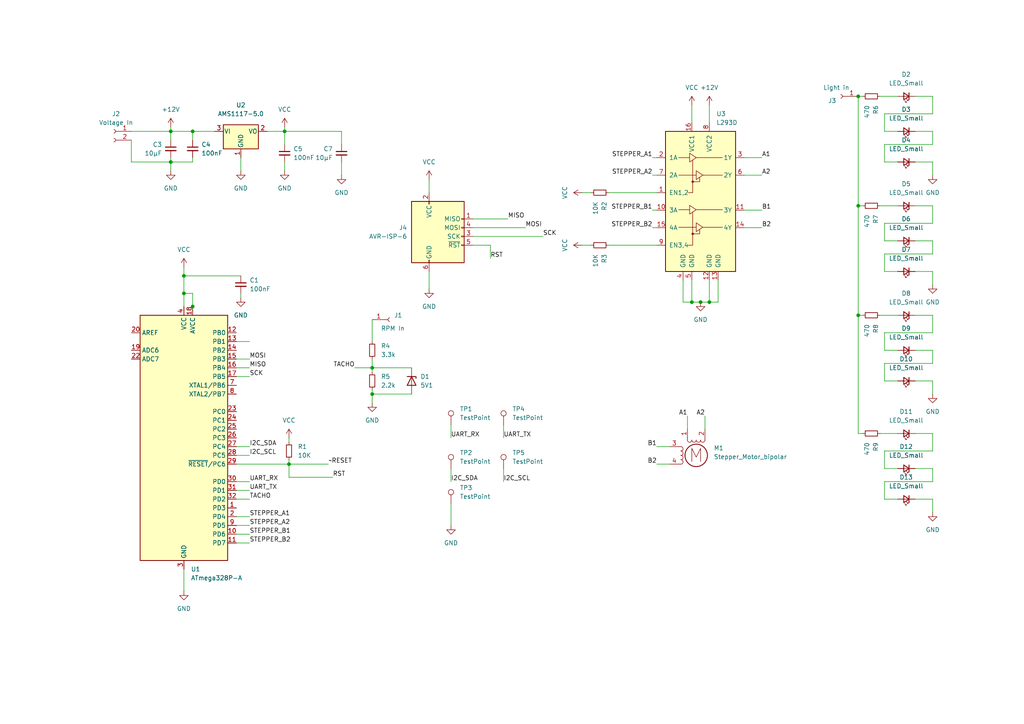
<source format=kicad_sch>
(kicad_sch (version 20211123) (generator eeschema)
  (paper "A4")
  (lib_symbols
    (symbol "Connector:AVR-ISP-6" (pin_names (offset 1.016))
      (property "Reference" "J" (at -6.35 11.43 0))
      (property "Value" "AVR-ISP-6" (at 0 11.43 0))
      (symbol "AVR-ISP-6_0_1"
        (rectangle (start -2.667 -6.858) (end -2.413 -7.62))
        (rectangle (start -2.667 10.16) (end -2.413 9.398))
        (rectangle (start 7.62 -2.413) (end 6.858 -2.667))
        (rectangle (start 7.62 0.127) (end 6.858 -0.127))
        (rectangle (start 7.62 2.667) (end 6.858 2.413))
        (rectangle (start 7.62 5.207) (end 6.858 4.953))
        (rectangle (start 7.62 10.16) (end -7.62 -7.62) (stroke (width 0.254)) (fill (type background)))
      )
      (symbol "AVR-ISP-6_1_1"
        (pin passive line (at 10.16 5.08 180) (length 2.54) (name "MISO") (number "1"))
        (pin passive line (at -2.54 12.7 270) (length 2.54) (name "VCC") (number "2"))
        (pin passive line (at 10.16 0 180) (length 2.54) (name "SCK") (number "3"))
        (pin passive line (at 10.16 2.54 180) (length 2.54) (name "MOSI") (number "4"))
        (pin passive line (at 10.16 -2.54 180) (length 2.54) (name "~{RST}") (number "5"))
        (pin passive line (at -2.54 -10.16 90) (length 2.54) (name "GND") (number "6"))
      )
    )
    (symbol "Connector:Conn_01x01_Female" (pin_names (offset 1.016) hide)
      (property "Reference" "J" (at 0 2.54 0))
      (property "Value" "Conn_01x01_Female" (at 0 -2.54 0))
      (symbol "Conn_01x01_Female_1_1"
        (polyline (pts (xy -1.27 0) (xy -0.508 0)) (stroke (width 0.1524)))
        (arc (start 0 0.508) (mid -0.508 0) (end 0 -0.508) (stroke (width 0.1524)))
        (pin passive line (at -5.08 0 0) (length 3.81) (name "Pin_1") (number "1"))
      )
    )
    (symbol "Connector:Conn_01x02_Female" (pin_names (offset 1.016) hide)
      (property "Reference" "J" (at 0 2.54 0))
      (property "Value" "Conn_01x02_Female" (at 0 -5.08 0))
      (symbol "Conn_01x02_Female_1_1"
        (arc (start 0 -2.032) (mid -0.508 -2.54) (end 0 -3.048) (stroke (width 0.1524)))
        (polyline (pts (xy -1.27 -2.54) (xy -0.508 -2.54)) (stroke (width 0.1524)))
        (polyline (pts (xy -1.27 0) (xy -0.508 0)) (stroke (width 0.1524)))
        (arc (start 0 0.508) (mid -0.508 0) (end 0 -0.508) (stroke (width 0.1524)))
        (pin passive line (at -5.08 0 0) (length 3.81) (name "Pin_1") (number "1"))
        (pin passive line (at -5.08 -2.54 0) (length 3.81) (name "Pin_2") (number "2"))
      )
    )
    (symbol "Connector:TestPoint" (pin_numbers hide) (pin_names (offset 0.762) hide)
      (property "Reference" "TP" (at 0 6.858 0))
      (property "Value" "TestPoint" (at 0 5.08 0))
      (symbol "TestPoint_0_1"
        (circle (center 0 3.302) (radius 0.762))
      )
      (symbol "TestPoint_1_1"
        (pin passive line (at 0 0 90) (length 2.54) (name "1") (number "1"))
      )
    )
    (symbol "Device:C_Small" (pin_numbers hide) (pin_names (offset 0.254) hide)
      (property "Reference" "C" (at 0.254 1.778 0))
      (property "Value" "C_Small" (at 0.254 -2.032 0))
      (symbol "C_Small_0_1"
        (polyline (pts (xy -1.524 -0.508) (xy 1.524 -0.508)) (stroke (width 0.3302)))
        (polyline (pts (xy -1.524 0.508) (xy 1.524 0.508)) (stroke (width 0.3048)))
      )
      (symbol "C_Small_1_1"
        (pin passive line (at 0 2.54 270) (length 2.032) (name "~") (number "1"))
        (pin passive line (at 0 -2.54 90) (length 2.032) (name "~") (number "2"))
      )
    )
    (symbol "Device:D_Zener" (pin_numbers hide) (pin_names (offset 1.016) hide)
      (property "Reference" "D" (at 0 2.54 0))
      (property "Value" "D_Zener" (at 0 -2.54 0))
      (symbol "D_Zener_0_1"
        (polyline (pts (xy 1.27 0) (xy -1.27 0)))
        (polyline (pts (xy -1.27 -1.27) (xy -1.27 1.27) (xy -0.762 1.27)) (stroke (width 0.254)))
        (polyline (pts (xy 1.27 -1.27) (xy 1.27 1.27) (xy -1.27 0) (xy 1.27 -1.27)) (stroke (width 0.254)))
      )
      (symbol "D_Zener_1_1"
        (pin passive line (at -3.81 0 0) (length 2.54) (name "K") (number "1"))
        (pin passive line (at 3.81 0 180) (length 2.54) (name "A") (number "2"))
      )
    )
    (symbol "Device:LED_Small" (pin_numbers hide) (pin_names (offset 0.254) hide)
      (property "Reference" "D" (at -1.27 3.175 0))
      (property "Value" "LED_Small" (at -4.445 -2.54 0))
      (symbol "LED_Small_0_1"
        (polyline (pts (xy -0.762 -1.016) (xy -0.762 1.016)) (stroke (width 0.254)))
        (polyline (pts (xy 1.016 0) (xy -0.762 0)))
        (polyline (pts (xy 0.762 -1.016) (xy -0.762 0) (xy 0.762 1.016) (xy 0.762 -1.016)) (stroke (width 0.254)))
        (polyline (pts (xy 0 0.762) (xy -0.508 1.27) (xy -0.254 1.27) (xy -0.508 1.27) (xy -0.508 1.016)))
        (polyline (pts (xy 0.508 1.27) (xy 0 1.778) (xy 0.254 1.778) (xy 0 1.778) (xy 0 1.524)))
      )
      (symbol "LED_Small_1_1"
        (pin passive line (at -2.54 0 0) (length 1.778) (name "K") (number "1"))
        (pin passive line (at 2.54 0 180) (length 1.778) (name "A") (number "2"))
      )
    )
    (symbol "Device:R_Small" (pin_numbers hide) (pin_names (offset 0.254) hide)
      (property "Reference" "R" (at 0.762 0.508 0))
      (property "Value" "R_Small" (at 0.762 -1.016 0))
      (symbol "R_Small_0_1"
        (rectangle (start -0.762 1.778) (end 0.762 -1.778) (stroke (width 0.2032)))
      )
      (symbol "R_Small_1_1"
        (pin passive line (at 0 2.54 270) (length 0.762) (name "~") (number "1"))
        (pin passive line (at 0 -2.54 90) (length 0.762) (name "~") (number "2"))
      )
    )
    (symbol "Driver_Motor:L293D" (pin_names (offset 1.016))
      (property "Reference" "U" (at -5.08 26.035 0))
      (property "Value" "L293D" (at -5.08 24.13 0))
      (symbol "L293D_0_1"
        (rectangle (start -10.16 22.86) (end 10.16 -17.78) (stroke (width 0.254)) (fill (type background)))
        (circle (center -2.286 -6.858) (radius 0.254) (fill (type outline)))
        (circle (center -2.286 8.255) (radius 0.254) (fill (type outline)))
        (polyline (pts (xy -6.35 -4.953) (xy -1.27 -4.953)))
        (polyline (pts (xy -6.35 0.127) (xy -3.175 0.127)))
        (polyline (pts (xy -6.35 10.16) (xy -1.27 10.16)))
        (polyline (pts (xy -6.35 15.24) (xy -3.175 15.24)))
        (polyline (pts (xy -1.27 0.127) (xy 6.35 0.127)))
        (polyline (pts (xy -1.27 15.24) (xy 6.35 15.24)))
        (polyline (pts (xy 0.635 -4.953) (xy 6.35 -4.953)))
        (polyline (pts (xy 0.635 10.16) (xy 6.35 10.16)))
        (polyline (pts (xy -2.286 -6.858) (xy -0.254 -6.858) (xy -0.254 -5.588)))
        (polyline (pts (xy -2.286 -0.635) (xy -2.286 -10.16) (xy -3.556 -10.16)))
        (polyline (pts (xy -2.286 8.255) (xy -0.254 8.255) (xy -0.254 9.525)))
        (polyline (pts (xy -2.286 14.478) (xy -2.286 5.08) (xy -3.556 5.08)))
        (polyline (pts (xy -3.175 1.397) (xy -3.175 -1.143) (xy -1.27 0.127) (xy -3.175 1.397)))
        (polyline (pts (xy -3.175 16.51) (xy -3.175 13.97) (xy -1.27 15.24) (xy -3.175 16.51)))
        (polyline (pts (xy -1.27 -3.683) (xy -1.27 -6.223) (xy 0.635 -4.953) (xy -1.27 -3.683)))
        (polyline (pts (xy -1.27 11.43) (xy -1.27 8.89) (xy 0.635 10.16) (xy -1.27 11.43)))
      )
      (symbol "L293D_1_1"
        (pin input line (at -12.7 5.08 0) (length 2.54) (name "EN1,2") (number "1"))
        (pin input line (at -12.7 0 0) (length 2.54) (name "3A") (number "10"))
        (pin output line (at 12.7 0 180) (length 2.54) (name "3Y") (number "11"))
        (pin power_in line (at 2.54 -20.32 90) (length 2.54) (name "GND") (number "12"))
        (pin power_in line (at 5.08 -20.32 90) (length 2.54) (name "GND") (number "13"))
        (pin output line (at 12.7 -5.08 180) (length 2.54) (name "4Y") (number "14"))
        (pin input line (at -12.7 -5.08 0) (length 2.54) (name "4A") (number "15"))
        (pin power_in line (at -2.54 25.4 270) (length 2.54) (name "VCC1") (number "16"))
        (pin input line (at -12.7 15.24 0) (length 2.54) (name "1A") (number "2"))
        (pin output line (at 12.7 15.24 180) (length 2.54) (name "1Y") (number "3"))
        (pin power_in line (at -5.08 -20.32 90) (length 2.54) (name "GND") (number "4"))
        (pin power_in line (at -2.54 -20.32 90) (length 2.54) (name "GND") (number "5"))
        (pin output line (at 12.7 10.16 180) (length 2.54) (name "2Y") (number "6"))
        (pin input line (at -12.7 10.16 0) (length 2.54) (name "2A") (number "7"))
        (pin power_in line (at 2.54 25.4 270) (length 2.54) (name "VCC2") (number "8"))
        (pin input line (at -12.7 -10.16 0) (length 2.54) (name "EN3,4") (number "9"))
      )
    )
    (symbol "MCU_Microchip_ATmega:ATmega328P-A"
      (property "Reference" "U" (at -12.7 36.83 0))
      (property "Value" "ATmega328P-A" (at 2.54 -36.83 0))
      (symbol "ATmega328P-A_0_1"
        (rectangle (start -12.7 -35.56) (end 12.7 35.56) (stroke (width 0.254)) (fill (type background)))
      )
      (symbol "ATmega328P-A_1_1"
        (pin bidirectional line (at 15.24 -20.32 180) (length 2.54) (name "PD3") (number "1"))
        (pin bidirectional line (at 15.24 -27.94 180) (length 2.54) (name "PD6") (number "10"))
        (pin bidirectional line (at 15.24 -30.48 180) (length 2.54) (name "PD7") (number "11"))
        (pin bidirectional line (at 15.24 30.48 180) (length 2.54) (name "PB0") (number "12"))
        (pin bidirectional line (at 15.24 27.94 180) (length 2.54) (name "PB1") (number "13"))
        (pin bidirectional line (at 15.24 25.4 180) (length 2.54) (name "PB2") (number "14"))
        (pin bidirectional line (at 15.24 22.86 180) (length 2.54) (name "PB3") (number "15"))
        (pin bidirectional line (at 15.24 20.32 180) (length 2.54) (name "PB4") (number "16"))
        (pin bidirectional line (at 15.24 17.78 180) (length 2.54) (name "PB5") (number "17"))
        (pin power_in line (at 2.54 38.1 270) (length 2.54) (name "AVCC") (number "18"))
        (pin input line (at -15.24 25.4 0) (length 2.54) (name "ADC6") (number "19"))
        (pin bidirectional line (at 15.24 -22.86 180) (length 2.54) (name "PD4") (number "2"))
        (pin passive line (at -15.24 30.48 0) (length 2.54) (name "AREF") (number "20"))
        (pin passive line (at 0 -38.1 90) (length 2.54) hide (name "GND") (number "21"))
        (pin input line (at -15.24 22.86 0) (length 2.54) (name "ADC7") (number "22"))
        (pin bidirectional line (at 15.24 7.62 180) (length 2.54) (name "PC0") (number "23"))
        (pin bidirectional line (at 15.24 5.08 180) (length 2.54) (name "PC1") (number "24"))
        (pin bidirectional line (at 15.24 2.54 180) (length 2.54) (name "PC2") (number "25"))
        (pin bidirectional line (at 15.24 0 180) (length 2.54) (name "PC3") (number "26"))
        (pin bidirectional line (at 15.24 -2.54 180) (length 2.54) (name "PC4") (number "27"))
        (pin bidirectional line (at 15.24 -5.08 180) (length 2.54) (name "PC5") (number "28"))
        (pin bidirectional line (at 15.24 -7.62 180) (length 2.54) (name "~{RESET}/PC6") (number "29"))
        (pin power_in line (at 0 -38.1 90) (length 2.54) (name "GND") (number "3"))
        (pin bidirectional line (at 15.24 -12.7 180) (length 2.54) (name "PD0") (number "30"))
        (pin bidirectional line (at 15.24 -15.24 180) (length 2.54) (name "PD1") (number "31"))
        (pin bidirectional line (at 15.24 -17.78 180) (length 2.54) (name "PD2") (number "32"))
        (pin power_in line (at 0 38.1 270) (length 2.54) (name "VCC") (number "4"))
        (pin passive line (at 0 -38.1 90) (length 2.54) hide (name "GND") (number "5"))
        (pin passive line (at 0 38.1 270) (length 2.54) hide (name "VCC") (number "6"))
        (pin bidirectional line (at 15.24 15.24 180) (length 2.54) (name "XTAL1/PB6") (number "7"))
        (pin bidirectional line (at 15.24 12.7 180) (length 2.54) (name "XTAL2/PB7") (number "8"))
        (pin bidirectional line (at 15.24 -25.4 180) (length 2.54) (name "PD5") (number "9"))
      )
    )
    (symbol "Motor:Stepper_Motor_bipolar" (pin_names (offset 0) hide)
      (property "Reference" "M" (at 3.81 2.54 0))
      (property "Value" "Stepper_Motor_bipolar" (at 3.81 1.27 0))
      (symbol "Stepper_Motor_bipolar_0_0"
        (polyline (pts (xy -1.27 -1.778) (xy -1.27 2.032) (xy 0 -0.508) (xy 1.27 2.032) (xy 1.27 -1.778)))
      )
      (symbol "Stepper_Motor_bipolar_0_1"
        (arc (start -4.445 -2.54) (mid -3.81 -1.905) (end -4.445 -1.27))
        (arc (start -4.445 -1.27) (mid -3.81 -0.635) (end -4.445 0))
        (arc (start -4.445 0) (mid -3.81 0.635) (end -4.445 1.27))
        (arc (start -4.445 1.27) (mid -3.81 1.905) (end -4.445 2.54))
        (arc (start -2.54 4.445) (mid -1.905 3.81) (end -1.27 4.445))
        (arc (start -1.27 4.445) (mid -0.635 3.81) (end 0 4.445))
        (polyline (pts (xy -5.08 -2.54) (xy -4.445 -2.54)))
        (polyline (pts (xy -5.08 2.54) (xy -4.445 2.54)))
        (polyline (pts (xy -2.54 5.08) (xy -2.54 4.445)))
        (polyline (pts (xy 2.54 5.08) (xy 2.54 4.445)))
        (circle (center 0 0) (radius 3.2512) (stroke (width 0.254)))
        (arc (start 0 4.445) (mid 0.635 3.81) (end 1.27 4.445))
        (arc (start 1.27 4.445) (mid 1.905 3.81) (end 2.54 4.445))
      )
      (symbol "Stepper_Motor_bipolar_1_1"
        (pin passive line (at -2.54 7.62 270) (length 2.54) (name "~") (number "1"))
        (pin passive line (at 2.54 7.62 270) (length 2.54) (name "-") (number "2"))
        (pin passive line (at -7.62 2.54 0) (length 2.54) (name "~") (number "3"))
        (pin passive line (at -7.62 -2.54 0) (length 2.54) (name "~") (number "4"))
      )
    )
    (symbol "Regulator_Linear:AMS1117-5.0" (pin_names (offset 0.254))
      (property "Reference" "U" (at -3.81 3.175 0))
      (property "Value" "AMS1117-5.0" (at 0 3.175 0))
      (symbol "AMS1117-5.0_0_1"
        (rectangle (start -5.08 -5.08) (end 5.08 1.905) (stroke (width 0.254)) (fill (type background)))
      )
      (symbol "AMS1117-5.0_1_1"
        (pin power_in line (at 0 -7.62 90) (length 2.54) (name "GND") (number "1"))
        (pin power_out line (at 7.62 0 180) (length 2.54) (name "VO") (number "2"))
        (pin power_in line (at -7.62 0 0) (length 2.54) (name "VI") (number "3"))
      )
    )
    (symbol "power:+12V" (power) (pin_names (offset 0))
      (property "Value" "+12V" (at 0 3.556 0))
      (symbol "+12V_0_1"
        (polyline (pts (xy -0.762 1.27) (xy 0 2.54)))
        (polyline (pts (xy 0 0) (xy 0 2.54)))
        (polyline (pts (xy 0 2.54) (xy 0.762 1.27)))
      )
      (symbol "+12V_1_1"
        (pin power_in line (at 0 0 90) (length 0) hide (name "+12V") (number "1"))
      )
    )
    (symbol "power:GND" (power) (pin_names (offset 0))
      (property "Value" "GND" (at 0 -3.81 0))
      (symbol "GND_0_1"
        (polyline (pts (xy 0 0) (xy 0 -1.27) (xy 1.27 -1.27) (xy 0 -2.54) (xy -1.27 -1.27) (xy 0 -1.27)))
      )
      (symbol "GND_1_1"
        (pin power_in line (at 0 0 270) (length 0) hide (name "GND") (number "1"))
      )
    )
    (symbol "power:VCC" (power) (pin_names (offset 0))
      (property "Value" "VCC" (at 0 3.81 0))
      (symbol "VCC_0_1"
        (polyline (pts (xy -0.762 1.27) (xy 0 2.54)))
        (polyline (pts (xy 0 0) (xy 0 2.54)))
        (polyline (pts (xy 0 2.54) (xy 0.762 1.27)))
      )
      (symbol "VCC_1_1"
        (pin power_in line (at 0 0 90) (length 0) hide (name "VCC") (number "1"))
      )
    )
  )
  (junction (at 205.74 87.63))
  (junction (at 200.66 87.63))
  (junction (at 83.82 134.62))
  (junction (at 82.55 38.1))
  (junction (at 203.2 87.63))
  (junction (at 107.95 114.3))
  (junction (at 55.88 88.9))
  (junction (at 55.88 38.1))
  (junction (at 248.92 91.44))
  (junction (at 49.53 38.1))
  (junction (at 107.95 106.68))
  (junction (at 53.34 85.09))
  (junction (at 248.92 59.69))
  (junction (at 53.34 80.01))
  (junction (at 248.92 27.94))
  (junction (at 49.53 46.99))
  (wire (pts (xy 270.51 130.81) (xy 256.54 130.81)))
  (wire (pts (xy 250.19 91.44) (xy 248.92 91.44)))
  (wire (pts (xy 248.92 27.94) (xy 250.19 27.94)))
  (wire (pts (xy 256.54 110.49) (xy 260.35 110.49)))
  (wire (pts (xy 55.88 38.1) (xy 55.88 40.64)))
  (wire (pts (xy 38.1 46.99) (xy 49.53 46.99)))
  (wire (pts (xy 69.85 45.72) (xy 69.85 49.53)))
  (wire (pts (xy 256.54 130.81) (xy 256.54 135.89)))
  (wire (pts (xy 248.92 125.73) (xy 248.92 91.44)))
  (wire (pts (xy 256.54 73.66) (xy 256.54 78.74)))
  (wire (pts (xy 215.9 50.8) (xy 220.98 50.8)))
  (wire (pts (xy 68.58 154.94) (xy 72.39 154.94)))
  (wire (pts (xy 69.85 85.09) (xy 69.85 86.36)))
  (wire (pts (xy 68.58 139.7) (xy 72.39 139.7)))
  (wire (pts (xy 49.53 45.72) (xy 49.53 46.99)))
  (wire (pts (xy 265.43 46.99) (xy 270.51 46.99)))
  (wire (pts (xy 49.53 38.1) (xy 49.53 40.64)))
  (wire (pts (xy 53.34 85.09) (xy 53.34 88.9)))
  (wire (pts (xy 270.51 101.6) (xy 270.51 105.41)))
  (wire (pts (xy 270.51 73.66) (xy 256.54 73.66)))
  (wire (pts (xy 215.9 66.04) (xy 220.98 66.04)))
  (wire (pts (xy 83.82 138.43) (xy 83.82 134.62)))
  (wire (pts (xy 256.54 139.7) (xy 256.54 144.78)))
  (wire (pts (xy 265.43 78.74) (xy 270.51 78.74)))
  (wire (pts (xy 270.51 38.1) (xy 270.51 41.91)))
  (wire (pts (xy 256.54 135.89) (xy 260.35 135.89)))
  (wire (pts (xy 99.06 41.91) (xy 99.06 38.1)))
  (wire (pts (xy 190.5 129.54) (xy 194.31 129.54)))
  (wire (pts (xy 130.81 146.05) (xy 130.81 152.4)))
  (wire (pts (xy 270.51 78.74) (xy 270.51 82.55)))
  (wire (pts (xy 137.16 63.5) (xy 147.32 63.5)))
  (wire (pts (xy 270.51 33.02) (xy 256.54 33.02)))
  (wire (pts (xy 200.66 87.63) (xy 203.2 87.63)))
  (wire (pts (xy 256.54 69.85) (xy 260.35 69.85)))
  (wire (pts (xy 146.05 135.89) (xy 146.05 139.7)))
  (wire (pts (xy 176.53 71.12) (xy 190.5 71.12)))
  (wire (pts (xy 265.43 91.44) (xy 270.51 91.44)))
  (wire (pts (xy 265.43 144.78) (xy 270.51 144.78)))
  (wire (pts (xy 265.43 59.69) (xy 270.51 59.69)))
  (wire (pts (xy 265.43 135.89) (xy 270.51 135.89)))
  (wire (pts (xy 38.1 38.1) (xy 49.53 38.1)))
  (wire (pts (xy 107.95 106.68) (xy 119.38 106.68)))
  (wire (pts (xy 119.38 114.3) (xy 107.95 114.3)))
  (wire (pts (xy 189.23 60.96) (xy 190.5 60.96)))
  (wire (pts (xy 68.58 132.08) (xy 72.39 132.08)))
  (wire (pts (xy 130.81 123.19) (xy 130.81 127)))
  (wire (pts (xy 270.51 41.91) (xy 256.54 41.91)))
  (wire (pts (xy 256.54 144.78) (xy 260.35 144.78)))
  (wire (pts (xy 256.54 33.02) (xy 256.54 38.1)))
  (wire (pts (xy 124.46 78.74) (xy 124.46 83.82)))
  (wire (pts (xy 190.5 134.62) (xy 194.31 134.62)))
  (wire (pts (xy 265.43 110.49) (xy 270.51 110.49)))
  (wire (pts (xy 208.28 81.28) (xy 208.28 87.63)))
  (wire (pts (xy 130.81 135.89) (xy 130.81 139.7)))
  (wire (pts (xy 256.54 46.99) (xy 260.35 46.99)))
  (wire (pts (xy 55.88 45.72) (xy 55.88 46.99)))
  (wire (pts (xy 270.51 69.85) (xy 270.51 73.66)))
  (wire (pts (xy 68.58 129.54) (xy 72.39 129.54)))
  (wire (pts (xy 198.12 87.63) (xy 200.66 87.63)))
  (wire (pts (xy 265.43 101.6) (xy 270.51 101.6)))
  (wire (pts (xy 270.51 96.52) (xy 256.54 96.52)))
  (wire (pts (xy 215.9 60.96) (xy 220.98 60.96)))
  (wire (pts (xy 107.95 114.3) (xy 107.95 116.84)))
  (wire (pts (xy 168.91 55.88) (xy 171.45 55.88)))
  (wire (pts (xy 68.58 152.4) (xy 72.39 152.4)))
  (wire (pts (xy 248.92 91.44) (xy 248.92 59.69)))
  (wire (pts (xy 265.43 38.1) (xy 270.51 38.1)))
  (wire (pts (xy 99.06 46.99) (xy 99.06 50.8)))
  (wire (pts (xy 248.92 27.94) (xy 248.92 59.69)))
  (wire (pts (xy 205.74 81.28) (xy 205.74 87.63)))
  (wire (pts (xy 99.06 38.1) (xy 82.55 38.1)))
  (wire (pts (xy 68.58 134.62) (xy 83.82 134.62)))
  (wire (pts (xy 270.51 91.44) (xy 270.51 96.52)))
  (wire (pts (xy 270.51 46.99) (xy 270.51 50.8)))
  (wire (pts (xy 124.46 52.07) (xy 124.46 55.88)))
  (wire (pts (xy 68.58 149.86) (xy 72.39 149.86)))
  (wire (pts (xy 68.58 144.78) (xy 72.39 144.78)))
  (wire (pts (xy 82.55 38.1) (xy 82.55 36.83)))
  (wire (pts (xy 255.27 91.44) (xy 260.35 91.44)))
  (wire (pts (xy 77.47 38.1) (xy 82.55 38.1)))
  (wire (pts (xy 68.58 157.48) (xy 72.39 157.48)))
  (wire (pts (xy 83.82 134.62) (xy 95.25 134.62)))
  (wire (pts (xy 137.16 66.04) (xy 152.4 66.04)))
  (wire (pts (xy 255.27 59.69) (xy 260.35 59.69)))
  (wire (pts (xy 107.95 92.71) (xy 107.95 99.06)))
  (wire (pts (xy 270.51 139.7) (xy 256.54 139.7)))
  (wire (pts (xy 270.51 64.77) (xy 256.54 64.77)))
  (wire (pts (xy 146.05 123.19) (xy 146.05 127)))
  (wire (pts (xy 107.95 104.14) (xy 107.95 106.68)))
  (wire (pts (xy 38.1 40.64) (xy 38.1 46.99)))
  (wire (pts (xy 107.95 113.03) (xy 107.95 114.3)))
  (wire (pts (xy 142.24 74.93) (xy 142.24 71.12)))
  (wire (pts (xy 107.95 106.68) (xy 107.95 107.95)))
  (wire (pts (xy 83.82 133.35) (xy 83.82 134.62)))
  (wire (pts (xy 55.88 85.09) (xy 55.88 88.9)))
  (wire (pts (xy 49.53 36.83) (xy 49.53 38.1)))
  (wire (pts (xy 270.51 135.89) (xy 270.51 139.7)))
  (wire (pts (xy 265.43 27.94) (xy 270.51 27.94)))
  (wire (pts (xy 270.51 144.78) (xy 270.51 148.59)))
  (wire (pts (xy 270.51 27.94) (xy 270.51 33.02)))
  (wire (pts (xy 68.58 104.14) (xy 72.39 104.14)))
  (wire (pts (xy 83.82 127) (xy 83.82 128.27)))
  (wire (pts (xy 255.27 125.73) (xy 260.35 125.73)))
  (wire (pts (xy 53.34 77.47) (xy 53.34 80.01)))
  (wire (pts (xy 265.43 69.85) (xy 270.51 69.85)))
  (wire (pts (xy 55.88 90.17) (xy 55.88 88.9)))
  (wire (pts (xy 250.19 59.69) (xy 248.92 59.69)))
  (wire (pts (xy 189.23 50.8) (xy 190.5 50.8)))
  (wire (pts (xy 256.54 38.1) (xy 260.35 38.1)))
  (wire (pts (xy 204.47 120.65) (xy 204.47 124.46)))
  (wire (pts (xy 55.88 46.99) (xy 49.53 46.99)))
  (wire (pts (xy 68.58 142.24) (xy 72.39 142.24)))
  (wire (pts (xy 68.58 99.06) (xy 72.39 99.06)))
  (wire (pts (xy 205.74 87.63) (xy 208.28 87.63)))
  (wire (pts (xy 102.87 106.68) (xy 107.95 106.68)))
  (wire (pts (xy 82.55 38.1) (xy 82.55 41.91)))
  (wire (pts (xy 205.74 30.48) (xy 205.74 35.56)))
  (wire (pts (xy 168.91 71.12) (xy 171.45 71.12)))
  (wire (pts (xy 270.51 59.69) (xy 270.51 64.77)))
  (wire (pts (xy 68.58 106.68) (xy 72.39 106.68)))
  (wire (pts (xy 255.27 27.94) (xy 260.35 27.94)))
  (wire (pts (xy 270.51 105.41) (xy 256.54 105.41)))
  (wire (pts (xy 55.88 85.09) (xy 53.34 85.09)))
  (wire (pts (xy 176.53 55.88) (xy 190.5 55.88)))
  (wire (pts (xy 189.23 45.72) (xy 190.5 45.72)))
  (wire (pts (xy 256.54 64.77) (xy 256.54 69.85)))
  (wire (pts (xy 270.51 110.49) (xy 270.51 114.3)))
  (wire (pts (xy 55.88 38.1) (xy 62.23 38.1)))
  (wire (pts (xy 189.23 66.04) (xy 190.5 66.04)))
  (wire (pts (xy 96.52 138.43) (xy 83.82 138.43)))
  (wire (pts (xy 199.39 120.65) (xy 199.39 124.46)))
  (wire (pts (xy 200.66 87.63) (xy 200.66 81.28)))
  (wire (pts (xy 82.55 46.99) (xy 82.55 49.53)))
  (wire (pts (xy 49.53 46.99) (xy 49.53 49.53)))
  (wire (pts (xy 250.19 125.73) (xy 248.92 125.73)))
  (wire (pts (xy 68.58 109.22) (xy 72.39 109.22)))
  (wire (pts (xy 270.51 125.73) (xy 270.51 130.81)))
  (wire (pts (xy 256.54 105.41) (xy 256.54 110.49)))
  (wire (pts (xy 215.9 45.72) (xy 220.98 45.72)))
  (wire (pts (xy 256.54 78.74) (xy 260.35 78.74)))
  (wire (pts (xy 53.34 80.01) (xy 53.34 85.09)))
  (wire (pts (xy 256.54 101.6) (xy 260.35 101.6)))
  (wire (pts (xy 137.16 68.58) (xy 157.48 68.58)))
  (wire (pts (xy 200.66 30.48) (xy 200.66 35.56)))
  (wire (pts (xy 53.34 80.01) (xy 69.85 80.01)))
  (wire (pts (xy 198.12 87.63) (xy 198.12 81.28)))
  (wire (pts (xy 256.54 41.91) (xy 256.54 46.99)))
  (wire (pts (xy 49.53 38.1) (xy 55.88 38.1)))
  (wire (pts (xy 256.54 96.52) (xy 256.54 101.6)))
  (wire (pts (xy 53.34 165.1) (xy 53.34 171.45)))
  (wire (pts (xy 203.2 87.63) (xy 205.74 87.63)))
  (wire (pts (xy 137.16 71.12) (xy 142.24 71.12)))
  (wire (pts (xy 265.43 125.73) (xy 270.51 125.73)))
  (label "STEPPER_A1" (at 72.39 149.86 0))
  (label "TACHO" (at 102.87 106.68 180))
  (label "STEPPER_A2" (at 189.23 50.8 180))
  (label "B1" (at 190.5 129.54 180))
  (label "I2C_SDA" (at 130.81 139.7 0))
  (label "STEPPER_B2" (at 189.23 66.04 180))
  (label "MISO" (at 147.32 63.5 0))
  (label "I2C_SDA" (at 72.39 129.54 0))
  (label "UART_RX" (at 72.39 139.7 0))
  (label "~RESET" (at 95.25 134.62 0))
  (label "MOSI" (at 152.4 66.04 0))
  (label "UART_TX" (at 72.39 142.24 0))
  (label "B2" (at 220.98 66.04 0))
  (label "I2C_SCL" (at 72.39 132.08 0))
  (label "SCK" (at 157.48 68.58 0))
  (label "MISO" (at 72.39 106.68 0))
  (label "RST" (at 142.24 74.93 0))
  (label "A2" (at 204.47 120.65 180))
  (label "TACHO" (at 72.39 144.78 0))
  (label "STEPPER_A2" (at 72.39 152.4 0))
  (label "I2C_SCL" (at 146.05 139.7 0))
  (label "UART_RX" (at 130.81 127 0))
  (label "MOSI" (at 72.39 104.14 0))
  (label "A1" (at 220.98 45.72 0))
  (label "A1" (at 199.39 120.65 180))
  (label "UART_TX" (at 146.05 127 0))
  (label "STEPPER_B1" (at 72.39 154.94 0))
  (label "STEPPER_A1" (at 189.23 45.72 180))
  (label "SCK" (at 72.39 109.22 0))
  (label "STEPPER_B2" (at 72.39 157.48 0))
  (label "RST" (at 96.52 138.43 0))
  (label "A2" (at 220.98 50.8 0))
  (label "STEPPER_B1" (at 189.23 60.96 180))
  (label "B1" (at 220.98 60.96 0))
  (label "B2" (at 190.5 134.62 180))
  (symbol (lib_id "Device:R_Small") (at 252.73 59.69 270) (unit 1)
    (property "Reference" "R7" (at 254.0001 62.23 0) (effects (justify left)))
    (property "Value" "470" (at 251.4601 62.23 0) (effects (justify left)))
    (property "Footprint" "Resistor_SMD:R_0603_1608Metric_Pad0.98x0.95mm_HandSolder" (effects hide))
  )
  (symbol (lib_id "Device:LED_Small") (at 262.89 125.73 180) (unit 1)
    (property "Reference" "D11" (at 262.8265 119.38 0))
    (property "Value" "LED_Small" (at 262.8265 121.92 0))
    (property "Footprint" "LED_SMD:LED_1206_3216Metric_Pad1.42x1.75mm_HandSolder" (effects hide))
  )
  (symbol (lib_id "Device:R_Small") (at 252.73 125.73 270) (unit 1)
    (property "Reference" "R9" (at 254.0001 128.27 0) (effects (justify left)))
    (property "Value" "470" (at 251.4601 128.27 0) (effects (justify left)))
    (property "Footprint" "Resistor_SMD:R_0603_1608Metric_Pad0.98x0.95mm_HandSolder" (effects hide))
  )
  (symbol (lib_id "Connector:TestPoint") (at 130.81 123.19 0) (unit 1)
    (property "Reference" "TP1" (at 133.35 118.6179 0) (effects (justify left)))
    (property "Value" "TestPoint" (at 133.35 121.1579 0) (effects (justify left)))
    (property "Footprint" "TestPoint:TestPoint_Pad_D2.0mm" (effects hide))
  )
  (symbol (lib_id "Device:R_Small") (at 107.95 110.49 0) (unit 1)
    (property "Reference" "R5" (at 110.49 109.2199 0) (effects (justify left)))
    (property "Value" "2.2k" (at 110.49 111.7599 0) (effects (justify left)))
    (property "Footprint" "Resistor_SMD:R_0603_1608Metric_Pad0.98x0.95mm_HandSolder" (effects hide))
  )
  (symbol (lib_id "Device:LED_Small") (at 262.89 78.74 180) (unit 1)
    (property "Reference" "D7" (at 262.8265 72.39 0))
    (property "Value" "LED_Small" (at 262.8265 74.93 0))
    (property "Footprint" "LED_SMD:LED_1206_3216Metric_Pad1.42x1.75mm_HandSolder" (effects hide))
  )
  (symbol (lib_id "power:+12V") (at 205.74 30.48 0) (unit 1)
    (property "Reference" "#PWR0110" (effects hide))
    (property "Value" "+12V" (at 205.74 25.4 0))
  )
  (symbol (lib_id "Device:LED_Small") (at 262.89 59.69 180) (unit 1)
    (property "Reference" "D5" (at 262.8265 53.34 0))
    (property "Value" "LED_Small" (at 262.8265 55.88 0))
    (property "Footprint" "LED_SMD:LED_1206_3216Metric_Pad1.42x1.75mm_HandSolder" (effects hide))
  )
  (symbol (lib_id "power:GND") (at 270.51 114.3 0) (unit 1)
    (property "Reference" "#PWR09" (effects hide))
    (property "Value" "GND" (at 270.51 119.38 0))
  )
  (symbol (lib_id "power:VCC") (at 124.46 52.07 0) (unit 1)
    (property "Reference" "#PWR0112" (effects hide))
    (property "Value" "VCC" (at 124.46 46.99 0))
  )
  (symbol (lib_id "Device:LED_Small") (at 262.89 101.6 180) (unit 1)
    (property "Reference" "D9" (at 262.8265 95.25 0))
    (property "Value" "LED_Small" (at 262.8265 97.79 0))
    (property "Footprint" "LED_SMD:LED_1206_3216Metric_Pad1.42x1.75mm_HandSolder" (effects hide))
  )
  (symbol (lib_id "Device:LED_Small") (at 262.89 38.1 180) (unit 1)
    (property "Reference" "D3" (at 262.8265 31.75 0))
    (property "Value" "LED_Small" (at 262.8265 34.29 0))
    (property "Footprint" "LED_SMD:LED_1206_3216Metric_Pad1.42x1.75mm_HandSolder" (effects hide))
  )
  (symbol (lib_id "MCU_Microchip_ATmega:ATmega328P-A") (at 53.34 127 0) (unit 1)
    (property "Reference" "U1" (at 55.3594 165.1 0) (effects (justify left)))
    (property "Value" "ATmega328P-A" (at 55.3594 167.64 0) (effects (justify left)))
    (property "Footprint" "Package_QFP:TQFP-32_7x7mm_P0.8mm" (effects hide))
    (property "Datasheet" "http://ww1.microchip.com/downloads/en/DeviceDoc/ATmega328_P%20AVR%20MCU%20with%20picoPower%20Technology%20Data%20Sheet%2040001984A.pdf" (effects hide))
  )
  (symbol (lib_id "power:GND") (at 69.85 49.53 0) (unit 1)
    (property "Reference" "#PWR0104" (effects hide))
    (property "Value" "GND" (at 69.85 54.61 0))
  )
  (symbol (lib_id "Device:LED_Small") (at 262.89 46.99 180) (unit 1)
    (property "Reference" "D4" (at 262.8265 40.64 0))
    (property "Value" "LED_Small" (at 262.8265 43.18 0))
    (property "Footprint" "LED_SMD:LED_1206_3216Metric_Pad1.42x1.75mm_HandSolder" (effects hide))
  )
  (symbol (lib_id "power:VCC") (at 200.66 30.48 0) (unit 1)
    (property "Reference" "#PWR0111" (effects hide))
    (property "Value" "VCC" (at 200.66 25.4 0))
  )
  (symbol (lib_id "Device:LED_Small") (at 262.89 144.78 180) (unit 1)
    (property "Reference" "D13" (at 262.8265 138.43 0))
    (property "Value" "LED_Small" (at 262.8265 140.97 0))
    (property "Footprint" "LED_SMD:LED_1206_3216Metric_Pad1.42x1.75mm_HandSolder" (effects hide))
  )
  (symbol (lib_id "power:GND") (at 49.53 49.53 0) (unit 1)
    (property "Reference" "#PWR0103" (effects hide))
    (property "Value" "GND" (at 49.53 54.61 0))
  )
  (symbol (lib_id "power:GND") (at 69.85 86.36 0) (unit 1)
    (property "Reference" "#PWR03" (effects hide))
    (property "Value" "GND" (at 69.85 91.44 0))
  )
  (symbol (lib_id "Device:C_Small") (at 69.85 82.55 0) (unit 1)
    (property "Reference" "C1" (at 72.39 81.2862 0) (effects (justify left)))
    (property "Value" "100nF" (at 72.39 83.8262 0) (effects (justify left)))
    (property "Footprint" "Capacitor_SMD:C_0603_1608Metric_Pad1.08x0.95mm_HandSolder" (effects hide))
  )
  (symbol (lib_id "Device:R_Small") (at 252.73 27.94 270) (unit 1)
    (property "Reference" "R6" (at 254.0001 30.48 0) (effects (justify left)))
    (property "Value" "470" (at 251.4601 30.48 0) (effects (justify left)))
    (property "Footprint" "Resistor_SMD:R_0603_1608Metric_Pad0.98x0.95mm_HandSolder" (effects hide))
  )
  (symbol (lib_id "power:GND") (at 203.2 87.63 0) (unit 1)
    (property "Reference" "#PWR0106" (effects hide))
    (property "Value" "GND" (at 203.2 92.71 0))
  )
  (symbol (lib_id "Device:R_Small") (at 83.82 130.81 0) (unit 1)
    (property "Reference" "R1" (at 86.36 129.5399 0) (effects (justify left)))
    (property "Value" "10K" (at 86.36 132.0799 0) (effects (justify left)))
    (property "Footprint" "Resistor_SMD:R_0603_1608Metric_Pad0.98x0.95mm_HandSolder" (effects hide))
  )
  (symbol (lib_id "power:GND") (at 99.06 50.8 0) (unit 1)
    (property "Reference" "#PWR0107" (effects hide))
    (property "Value" "GND" (at 99.06 55.88 0))
  )
  (symbol (lib_id "Device:LED_Small") (at 262.89 91.44 180) (unit 1)
    (property "Reference" "D8" (at 262.8265 85.09 0))
    (property "Value" "LED_Small" (at 262.8265 87.63 0))
    (property "Footprint" "LED_SMD:LED_1206_3216Metric_Pad1.42x1.75mm_HandSolder" (effects hide))
  )
  (symbol (lib_id "Device:LED_Small") (at 262.89 110.49 180) (unit 1)
    (property "Reference" "D10" (at 262.8265 104.14 0))
    (property "Value" "LED_Small" (at 262.8265 106.68 0))
    (property "Footprint" "LED_SMD:LED_1206_3216Metric_Pad1.42x1.75mm_HandSolder" (effects hide))
  )
  (symbol (lib_id "Device:LED_Small") (at 262.89 69.85 180) (unit 1)
    (property "Reference" "D6" (at 262.8265 63.5 0))
    (property "Value" "LED_Small" (at 262.8265 66.04 0))
    (property "Footprint" "LED_SMD:LED_1206_3216Metric_Pad1.42x1.75mm_HandSolder" (effects hide))
  )
  (symbol (lib_id "power:VCC") (at 168.91 71.12 90) (unit 1)
    (property "Reference" "#PWR0109" (effects hide))
    (property "Value" "VCC" (at 163.83 71.12 0))
  )
  (symbol (lib_id "Device:D_Zener") (at 119.38 110.49 270) (unit 1)
    (property "Reference" "D1" (at 121.92 109.2199 90) (effects (justify left)))
    (property "Value" "5V1" (at 121.92 111.7599 90) (effects (justify left)))
    (property "Footprint" "Diode_SMD:D_SOD-123" (effects hide))
  )
  (symbol (lib_id "power:+12V") (at 49.53 36.83 0) (unit 1)
    (property "Reference" "#PWR0102" (effects hide))
    (property "Value" "+12V" (at 49.53 31.75 0))
  )
  (symbol (lib_id "Device:R_Small") (at 173.99 71.12 270) (unit 1)
    (property "Reference" "R3" (at 175.2601 73.66 0) (effects (justify left)))
    (property "Value" "10K" (at 172.7201 73.66 0) (effects (justify left)))
    (property "Footprint" "Resistor_SMD:R_0603_1608Metric_Pad0.98x0.95mm_HandSolder" (effects hide))
  )
  (symbol (lib_id "power:GND") (at 107.95 116.84 0) (unit 1)
    (property "Reference" "#PWR05" (effects hide))
    (property "Value" "GND" (at 107.95 121.92 0))
  )
  (symbol (lib_id "power:GND") (at 270.51 50.8 0) (unit 1)
    (property "Reference" "#PWR07" (effects hide))
    (property "Value" "GND" (at 270.51 55.88 0))
  )
  (symbol (lib_id "power:VCC") (at 82.55 36.83 0) (unit 1)
    (property "Reference" "#PWR0101" (effects hide))
    (property "Value" "VCC" (at 82.55 31.75 0))
  )
  (symbol (lib_id "Device:C_Small") (at 49.53 43.18 0) (mirror y) (unit 1)
    (property "Reference" "C3" (at 46.99 41.9162 0) (effects (justify left)))
    (property "Value" "10µF" (at 46.99 44.4562 0) (effects (justify left)))
    (property "Footprint" "Capacitor_SMD:C_0805_2012Metric_Pad1.18x1.45mm_HandSolder" (effects hide))
  )
  (symbol (lib_id "power:VCC") (at 83.82 127 0) (unit 1)
    (property "Reference" "#PWR04" (effects hide))
    (property "Value" "VCC" (at 83.82 121.92 0))
  )
  (symbol (lib_id "power:VCC") (at 53.34 77.47 0) (unit 1)
    (property "Reference" "#PWR01" (effects hide))
    (property "Value" "VCC" (at 53.34 72.39 0))
  )
  (symbol (lib_id "Connector:TestPoint") (at 130.81 135.89 0) (unit 1)
    (property "Reference" "TP2" (at 133.35 131.3179 0) (effects (justify left)))
    (property "Value" "TestPoint" (at 133.35 133.8579 0) (effects (justify left)))
    (property "Footprint" "TestPoint:TestPoint_Pad_D2.0mm" (effects hide))
  )
  (symbol (lib_id "power:GND") (at 82.55 49.53 0) (unit 1)
    (property "Reference" "#PWR0105" (effects hide))
    (property "Value" "GND" (at 82.55 54.61 0))
  )
  (symbol (lib_id "Device:C_Small") (at 99.06 44.45 0) (mirror y) (unit 1)
    (property "Reference" "C7" (at 96.52 43.1862 0) (effects (justify left)))
    (property "Value" "10µF" (at 96.52 45.7262 0) (effects (justify left)))
    (property "Footprint" "Capacitor_SMD:C_0805_2012Metric_Pad1.18x1.45mm_HandSolder" (effects hide))
  )
  (symbol (lib_id "Device:C_Small") (at 55.88 43.18 0) (unit 1)
    (property "Reference" "C4" (at 58.42 41.9162 0) (effects (justify left)))
    (property "Value" "100nF" (at 58.42 44.4562 0) (effects (justify left)))
    (property "Footprint" "Capacitor_SMD:C_0603_1608Metric_Pad1.08x0.95mm_HandSolder" (effects hide))
  )
  (symbol (lib_id "Driver_Motor:L293D") (at 203.2 60.96 0) (unit 1)
    (property "Reference" "U3" (at 207.7594 33.02 0) (effects (justify left)))
    (property "Value" "L293D" (at 207.7594 35.56 0) (effects (justify left)))
    (property "Footprint" "Package_DIP:DIP-16_W7.62mm" (effects hide))
    (property "Datasheet" "http://www.ti.com/lit/ds/symlink/l293.pdf" (effects hide))
  )
  (symbol (lib_id "Device:LED_Small") (at 262.89 27.94 180) (unit 1)
    (property "Reference" "D2" (at 262.8265 21.59 0))
    (property "Value" "LED_Small" (at 262.8265 24.13 0))
    (property "Footprint" "LED_SMD:LED_1206_3216Metric_Pad1.42x1.75mm_HandSolder" (effects hide))
  )
  (symbol (lib_id "Motor:Stepper_Motor_bipolar") (at 201.93 132.08 0) (unit 1)
    (property "Reference" "M1" (at 207.01 129.959 0) (effects (justify left)))
    (property "Value" "Stepper_Motor_bipolar" (at 207.01 132.499 0) (effects (justify left)))
    (property "Footprint" "TestPoint:X27-168" (effects hide))
    (property "Datasheet" "http://www.infineon.com/dgdl/Application-Note-TLE8110EE_driving_UniPolarStepperMotor_V1.1.pdf?fileId=db3a30431be39b97011be5d0aa0a00b0" (effects hide))
  )
  (symbol (lib_id "Connector:TestPoint") (at 146.05 123.19 0) (unit 1)
    (property "Reference" "TP4" (at 148.59 118.6179 0) (effects (justify left)))
    (property "Value" "TestPoint" (at 148.59 121.1579 0) (effects (justify left)))
    (property "Footprint" "TestPoint:TestPoint_Pad_D2.0mm" (effects hide))
  )
  (symbol (lib_id "power:GND") (at 130.81 152.4 0) (unit 1)
    (property "Reference" "#PWR06" (effects hide))
    (property "Value" "GND" (at 130.81 157.48 0))
  )
  (symbol (lib_id "Connector:Conn_01x02_Female") (at 33.02 38.1 0) (mirror y) (unit 1)
    (property "Reference" "J2" (at 33.655 33.02 0))
    (property "Value" "Voltage In" (at 33.655 35.56 0))
    (property "Footprint" "Connector_Wire:SolderWire-0.5sqmm_1x02_P4.8mm_D0.9mm_OD2.3mm" (effects hide))
  )
  (symbol (lib_id "Device:C_Small") (at 82.55 44.45 0) (unit 1)
    (property "Reference" "C5" (at 85.09 43.1862 0) (effects (justify left)))
    (property "Value" "100nF" (at 85.09 45.7262 0) (effects (justify left)))
    (property "Footprint" "Capacitor_SMD:C_0603_1608Metric_Pad1.08x0.95mm_HandSolder" (effects hide))
  )
  (symbol (lib_id "Device:LED_Small") (at 262.89 135.89 180) (unit 1)
    (property "Reference" "D12" (at 262.8265 129.54 0))
    (property "Value" "LED_Small" (at 262.8265 132.08 0))
    (property "Footprint" "LED_SMD:LED_1206_3216Metric_Pad1.42x1.75mm_HandSolder" (effects hide))
  )
  (symbol (lib_id "Regulator_Linear:AMS1117-5.0") (at 69.85 38.1 0) (unit 1)
    (property "Reference" "U2" (at 69.85 30.48 0))
    (property "Value" "AMS1117-5.0" (at 69.85 33.02 0))
    (property "Footprint" "Package_TO_SOT_SMD:SOT-223-3_TabPin2" (effects hide))
    (property "Datasheet" "http://www.advanced-monolithic.com/pdf/ds1117.pdf" (effects hide))
  )
  (symbol (lib_id "Connector:Conn_01x01_Female") (at 243.84 27.94 180) (unit 1)
    (property "Reference" "J3" (at 242.57 29.2101 0) (effects (justify left)))
    (property "Value" "Light in" (at 246.38 25.4 0) (effects (justify left)))
    (property "Footprint" "Connector_Wire:SolderWire-0.5sqmm_1x01_D0.9mm_OD2.3mm" (effects hide))
  )
  (symbol (lib_id "power:GND") (at 270.51 148.59 0) (unit 1)
    (property "Reference" "#PWR010" (effects hide))
    (property "Value" "GND" (at 270.51 153.67 0))
  )
  (symbol (lib_id "Connector:AVR-ISP-6") (at 127 68.58 0) (unit 1)
    (property "Reference" "J4" (at 118.11 66.0399 0) (effects (justify right)))
    (property "Value" "AVR-ISP-6" (at 118.11 68.5799 0) (effects (justify right)))
    (property "Footprint" "Connector_PinHeader_2.54mm:PinHeader_2x03_P2.54mm_Vertical" (effects hide))
    (property "Datasheet" " ~" (effects hide))
  )
  (symbol (lib_id "Connector:Conn_01x01_Female") (at 113.03 92.71 0) (unit 1)
    (property "Reference" "J1" (at 114.3 91.4399 0) (effects (justify left)))
    (property "Value" "RPM In" (at 110.49 95.25 0) (effects (justify left)))
    (property "Footprint" "Connector_Wire:SolderWire-0.5sqmm_1x01_D0.9mm_OD2.3mm" (effects hide))
  )
  (symbol (lib_id "Device:R_Small") (at 252.73 91.44 270) (unit 1)
    (property "Reference" "R8" (at 254.0001 93.98 0) (effects (justify left)))
    (property "Value" "470" (at 251.4601 93.98 0) (effects (justify left)))
    (property "Footprint" "Resistor_SMD:R_0603_1608Metric_Pad0.98x0.95mm_HandSolder" (effects hide))
  )
  (symbol (lib_id "power:GND") (at 124.46 83.82 0) (unit 1)
    (property "Reference" "#PWR0113" (effects hide))
    (property "Value" "GND" (at 124.46 88.9 0))
  )
  (symbol (lib_id "Device:R_Small") (at 107.95 101.6 0) (unit 1)
    (property "Reference" "R4" (at 110.49 100.3299 0) (effects (justify left)))
    (property "Value" "3.3k" (at 110.49 102.8699 0) (effects (justify left)))
    (property "Footprint" "Resistor_SMD:R_0603_1608Metric_Pad0.98x0.95mm_HandSolder" (effects hide))
  )
  (symbol (lib_id "power:GND") (at 270.51 82.55 0) (unit 1)
    (property "Reference" "#PWR08" (effects hide))
    (property "Value" "GND" (at 270.51 87.63 0))
  )
  (symbol (lib_id "Device:R_Small") (at 173.99 55.88 270) (unit 1)
    (property "Reference" "R2" (at 175.2601 58.42 0) (effects (justify left)))
    (property "Value" "10K" (at 172.7201 58.42 0) (effects (justify left)))
    (property "Footprint" "Resistor_SMD:R_0603_1608Metric_Pad0.98x0.95mm_HandSolder" (effects hide))
  )
  (symbol (lib_id "power:GND") (at 53.34 171.45 0) (unit 1)
    (property "Reference" "#PWR02" (effects hide))
    (property "Value" "GND" (at 53.34 176.53 0))
  )
  (symbol (lib_id "Connector:TestPoint") (at 130.81 146.05 0) (unit 1)
    (property "Reference" "TP3" (at 133.35 141.4779 0) (effects (justify left)))
    (property "Value" "TestPoint" (at 133.35 144.0179 0) (effects (justify left)))
    (property "Footprint" "TestPoint:TestPoint_Pad_D2.0mm" (effects hide))
  )
  (symbol (lib_id "Connector:TestPoint") (at 146.05 135.89 0) (unit 1)
    (property "Reference" "TP5" (at 148.59 131.3179 0) (effects (justify left)))
    (property "Value" "TestPoint" (at 148.59 133.8579 0) (effects (justify left)))
    (property "Footprint" "TestPoint:TestPoint_Pad_D2.0mm" (effects hide))
  )
  (symbol (lib_id "power:VCC") (at 168.91 55.88 90) (unit 1)
    (property "Reference" "#PWR0108" (effects hide))
    (property "Value" "VCC" (at 163.83 55.88 0))
  )
)
</source>
